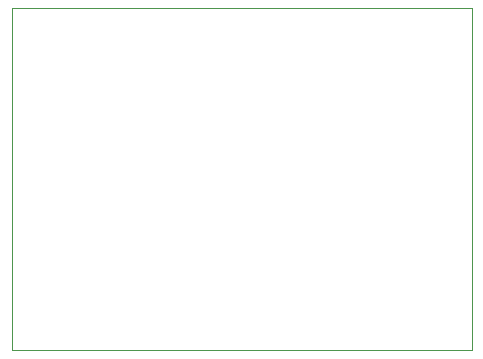
<source format=gbr>
%FSLAX34Y34*%
%MOMM*%
%LNOUTLINE*%
G71*
G01*
%ADD10C, 0.00*%
%LPD*%
G54D10*
X130000Y920000D02*
X520000Y920000D01*
X520000Y630000D01*
X130000Y630000D01*
X130000Y920000D01*
M02*

</source>
